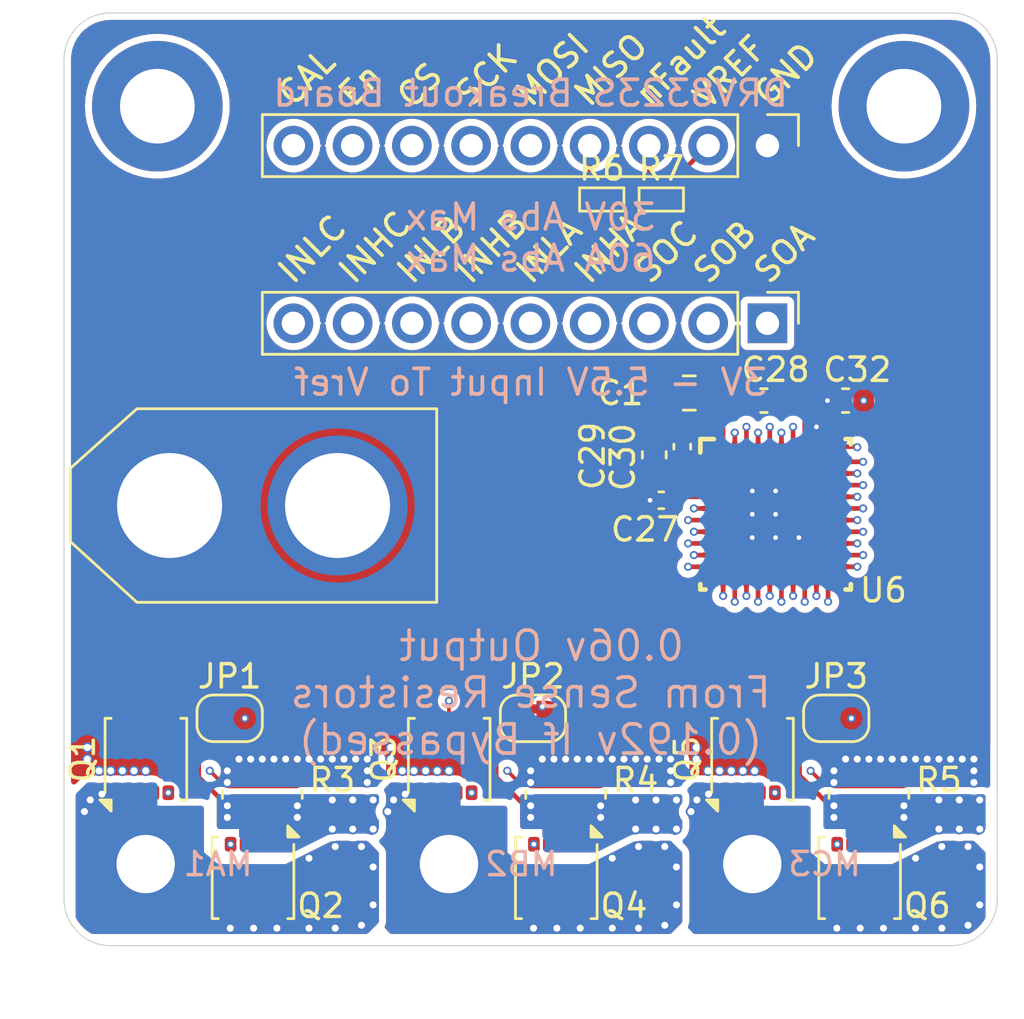
<source format=kicad_pcb>
(kicad_pcb (version 20240108) (generator "pcbnew") (generator_version "8.0")
  (layers (0 "F.Cu" jumper) (1 "In1.Cu" signal) (2 "In2.Cu" signal) (31 "B.Cu" signal) (34 "B.Paste" user) (35 "F.Paste" user) (36 "B.SilkS" user "B.Silkscreen") (37 "F.SilkS" user "F.Silkscreen") (38 "B.Mask" user) (39 "F.Mask" user) (44 "Edge.Cuts" user))
  (net 0 "")
  (net 1 "VREF")
  (net 2 "MA")
  (net 3 "VIN")
  (net 4 "GND")
  (net 5 "MB")
  (net 6 "MC")
  (net 7 "Net-(U6-DVDD)")
  (net 8 "Net-(U6-VCP)")
  (net 9 "Net-(U6-CPL)")
  (net 10 "Net-(U6-CPH)")
  (net 11 "SOA")
  (net 12 "VDRAIN")
  (net 13 "GHA")
  (net 14 "SPA")
  (net 15 "GLA")
  (net 16 "GHB")
  (net 17 "SPB")
  (net 18 "GLB")
  (net 19 "GHC")
  (net 20 "GLC")
  (net 21 "SPC")
  (net 22 "MISO")
  (net 23 "nFault")
  (net 24 "SOB")
  (net 25 "INHA")
  (net 26 "INLB")
  (net 27 "SCK")
  (net 28 "SOC")
  (net 29 "INHB")
  (net 30 "MOSI")
  (net 31 "CAL")
  (net 32 "INLC")
  (net 33 "CS")
  (net 34 "INHC")
  (net 35 "Enable")
  (net 36 "INLA")
  (net 37 "SNA")
  (net 38 "SNB")
  (net 39 "SNC")
  (net 40 "/SPA_JP")
  (net 41 "/SPB_JP")
  (net 42 "/SPC_JP")
  (footprint "Resistor_SMD:R_0612_1632Metric" (layer "F.Cu") (at 56.5 85 90)
    (property "Reference" "R3")
    (property "Value" "R_0612_1mOhm")
  )
  (footprint "MountingHole:MountingHole_3.2mm_M3_DIN965_Pad" (layer "F.Cu") (at 84 55.5)
    (property "Reference" "H2" (hide yes))
    (property "Value" "MountingHole")
  )
  (footprint "Connector_PinHeader_2.54mm:PinHeader_1x09_P2.54mm_Vertical" (layer "F.Cu") (at 78.149998 57.189998 -90)
    (property "Reference" "J2" (hide yes))
    (property "Value" "Conn_01x09_Pin")
  )
  (footprint "CustomLibrary:NetTie-2_0.16.mm_Diam" (layer "F.Cu") (at 80.176777 84.176777 135)
    (property "Reference" "NT4" (hide yes))
    (property "Value" "NetTie" (hide yes))
  )
  (footprint "PCM_Resistor_SMD_AKL:R_0402_1005Metric" (layer "F.Cu") (at 73.6 59.5)
    (property "Reference" "R7")
    (property "Value" "R_0402_10k" (hide yes))
  )
  (footprint "Connector_PinHeader_2.54mm:PinHeader_1x09_P2.54mm_Vertical" (layer "F.Cu") (at 78.149998 64.809999 -90)
    (property "Reference" "J6" (hide yes))
    (property "Value" "Conn_01x09_Pin")
  )
  (footprint "Capacitor_SMD:C_0402_1005Metric" (layer "F.Cu") (at 74.5 70.1 90)
    (property "Reference" "C30")
    (property "Value" "C_47nF_0402")
  )
  (footprint "MountingHole:MountingHole_3.2mm_M3_DIN965_Pad" (layer "F.Cu") (at 52 55.5)
    (property "Reference" "H1" (hide yes))
    (property "Value" "MountingHole")
  )
  (footprint "Package_SON:VSON-8_3.3x3.3mm_P0.65mm_NexFET" (layer "F.Cu") (at 69.110001 88.59 -90)
    (property "Reference" "Q4")
    (property "Value" "30v_60a_Mosfet")
  )
  (footprint "Package_SON:VSON-8_3.3x3.3mm_P0.65mm_NexFET" (layer "F.Cu") (at 82.110001 88.59 -90)
    (property "Reference" "Q6")
    (property "Value" "30v_60a_Mosfet")
  )
  (footprint "CustomLibrary:RTA0040B_NV" (layer "F.Cu") (at 78.5 73)
    (property "Reference" "U6")
    (property "Value" "DRV8323S")
  )
  (footprint "Capacitor_SMD:C_0603_1608Metric" (layer "F.Cu") (at 78 68.125)
    (property "Reference" "C28")
    (property "Value" "C_0603_1uF")
  )
  (footprint "Connector_Wire:SolderWire-2sqmm_1x01_D2mm_OD3.9mm" (layer "F.Cu") (at 77.5 88)
    (property "Reference" "MC3")
    (property "Value" "Conn_01x01_Pin")
  )
  (footprint "Resistor_SMD:R_0612_1632Metric" (layer "F.Cu") (at 82.5 85 90)
    (property "Reference" "R5")
    (property "Value" "R_0612_1mOhm")
  )
  (footprint "Package_SON:VSON-8_3.3x3.3mm_P0.65mm_NexFET" (layer "F.Cu") (at 77.5 83.5 90)
    (property "Reference" "Q5")
    (property "Value" "30v_60a_Mosfet")
  )
  (footprint "Package_SON:VSON-8_3.3x3.3mm_P0.65mm_NexFET" (layer "F.Cu") (at 64.5 83.5 90)
    (property "Reference" "Q3")
    (property "Value" "30v_60a_Mosfet")
  )
  (footprint "Resistor_SMD:R_0612_1632Metric" (layer "F.Cu") (at 69.5 85 90)
    (property "Reference" "R4")
    (property "Value" "R_0612_1mOhm")
  )
  (footprint "Capacitor_SMD:C_0805_2012Metric" (layer "F.Cu") (at 74.8 67.8 180)
    (property "Reference" "C1")
    (property "Value" "C_0805_10uF")
  )
  (footprint "Connector_Wire:SolderWire-2sqmm_1x01_D2mm_OD3.9mm" (layer "F.Cu") (at 64.5 88)
    (property "Reference" "MB2")
    (property "Value" "Conn_01x01_Pin")
  )
  (footprint "Package_SON:VSON-8_3.3x3.3mm_P0.65mm_NexFET" (layer "F.Cu") (at 56.110001 88.59 -90)
    (property "Reference" "Q2")
    (property "Value" "30v_60a_Mosfet")
  )
  (footprint "PCM_Resistor_SMD_AKL:R_0402_1005Metric" (layer "F.Cu") (at 71.05 59.5)
    (property "Reference" "R6")
    (property "Value" "R_0402_10k" (hide yes))
  )
  (footprint "Connector_AMASS:AMASS_XT60-M_1x02_P7.20mm_Vertical" (layer "F.Cu") (at 52.525 72.625)
    (property "Reference" "J4" (hide yes))
    (property "Value" "Conn_01x02_Pin")
  )
  (footprint "Capacitor_SMD:C_0402_1005Metric" (layer "F.Cu") (at 73.6 72.4)
    (property "Reference" "C27")
    (property "Value" "C_0402_0.1uf")
  )
  (footprint "CustomLibrary:NetTie-2_0.16.mm_Diam" (layer "F.Cu") (at 67.176777 84.176777 135)
    (property "Reference" "NT3" (hide yes))
    (property "Value" "NetTie" (hide yes))
  )
  (footprint "Jumper:SolderJumper-2_P1.3mm_Bridged2Bar_RoundedPad1.0x1.5mm" (layer "F.Cu") (at 68.1 81.75)
    (property "Reference" "JP2")
    (property "Value" "Jumper_Bridge")
  )
  (footprint "Package_SON:VSON-8_3.3x3.3mm_P0.65mm_NexFET" (layer "F.Cu") (at 51.5 83.5 90)
    (property "Reference" "Q1")
    (property "Value" "30v_60a_Mosfet")
  )
  (footprint "CustomLibrary:NetTie-2_0.16.mm_Diam" (layer "F.Cu") (at 64.5 81.25 -90)
    (property "Reference" "NT1" (hide yes))
    (property "Value" "NetTie" (hide yes))
  )
  (footprint "Jumper:SolderJumper-2_P1.3mm_Bridged2Bar_RoundedPad1.0x1.5mm" (layer "F.Cu") (at 55.1 81.75)
    (property "Reference" "JP1")
    (property "Value" "Jumper_Bridge")
  )
  (footprint "Capacitor_SMD:C_0603_1608Metric" (layer "F.Cu") (at 73.3 70.45 -90)
    (property "Reference" "C29")
    (property "Value" "C_0603_1uF")
  )
  (footprint "CustomLibrary:NetTie-2_0.16.mm_Diam" (layer "F.Cu") (at 54.426777 84.176777 135)
    (property "Reference" "NT2" (hide yes))
    (property "Value" "NetTie" (hide yes))
  )
  (footprint "Jumper:SolderJumper-2_P1.3mm_Bridged2Bar_RoundedPad1.0x1.5mm" (layer "F.Cu") (at 81.099999 81.749998)
    (property "Reference" "JP3")
    (property "Value" "Jumper_Bridge")
  )
  (footprint "Connector_Wire:SolderWire-2sqmm_1x01_D2mm_OD3.9mm" (layer "F.Cu") (at 51.5 88)
    (property "Reference" "MA1")
    (property "Value" "Conn_01x01_Pin")
  )
  (footprint "Capacitor_SMD:C_0603_1608Metric" (layer "F.Cu") (at 81.5 68.125 180)
    (property "Reference" "C32")
    (property "Value" "C_0603_1uF")
  )
  (gr_arc (start 48 53.5) (mid 48.585786 52.085786) (end 50 51.5) (stroke (width 0.05)) (layer "Edge.Cuts"))
  (gr_arc (start 86 51.5) (mid 87.414214 52.085786) (end 88 53.5) (stroke (width 0.05)) (layer "Edge.Cuts"))
  (gr_arc (start 88 89.5) (mid 87.414214 90.914214) (end 86 91.5) (stroke (width 0.05)) (layer "Edge.Cuts"))
  (gr_arc (start 50 91.5) (mid 48.585786 90.914214) (end 48 89.5) (stroke (width 0.05)) (layer "Edge.Cuts"))
  (gr_line (start 86 91.5) (end 50 91.5) (stroke (width 0.05)) (layer "Edge.Cuts"))
  (gr_line (start 88 53.5) (end 88 89.5) (stroke (width 0.05)) (layer "Edge.Cuts"))
  (gr_line (start 48 89.5) (end 48 53.5) (stroke (width 0.05)) (layer "Edge.Cuts"))
  (gr_line (start 50 51.5) (end 86 51.5) (stroke (width 0.05)) (layer "Edge.Cuts"))
  (gr_text "DRV8323S Breakout Board\n\n\n30V Abs Max\n60A Abs Max\n\n\n3V - 5.5V Input To Vref" (at 68 54.3 0) (layer "B.SilkS") (effects (font (size 1.1 1.1) (thickness 0.16)) (justify top mirror)))
  (gr_text "0.06v Output \nFrom Sense Resistors\n(0.192v If Bypassed)" (at 68 83.4 0) (layer "B.SilkS") (effects (font (size 1.25 1.25) (thickness 0.16)) (justify bottom mirror)))
  (gr_text "INLB" (at 62.9 63.3 45) (layer "F.SilkS") (effects (font (size 1 1) (thickness 0.16)) (justify left bottom)))
  (gr_text "SOA" (at 78.2 63.3 45) (layer "F.SilkS") (effects (font (size 1 1) (thickness 0.16)) (justify left bottom)))
  (gr_text "SOC" (at 73.1 63.3 45) (layer "F.SilkS") (effects (font (size 1 1) (thickness 0.16)) (justify left bottom)))
  (gr_text "INLC" (at 57.8 63.3 45) (layer "F.SilkS") (effects (font (size 1 1) (thickness 0.16)) (justify left bottom)))
  (gr_text "MOSI" (at 68 55.7 45) (layer "F.SilkS") (effects (font (size 1 1) (thickness 0.16)) (justify left bottom)))
  (gr_text "INHA" (at 70.5 63.3 45) (layer "F.SilkS") (effects (font (size 1 1) (thickness 0.16)) (justify left bottom)))
  (gr_text "GND" (at 78.2 55.7 45) (layer "F.SilkS") (effects (font (size 1 1) (thickness 0.16)) (justify left bottom)))
  (gr_text "INHB" (at 65.4 63.3 45) (layer "F.SilkS") (effects (font (size 1 1) (thickness 0.16)) (justify left bottom)))
  (gr_text "SOB" (at 75.6 63.3 45) (layer "F.SilkS") (effects (font (size 1 1) (thickness 0.16)) (justify left bottom)))
  (gr_text "nFault" (at 73.1 55.7 45) (layer "F.SilkS") (effects (font (size 1 1) (thickness 0.16)) (justify left bottom)))
  (gr_text "INHC" (at 60.4 63.3 45) (layer "F.SilkS") (effects (font (size 1 1) (thickness 0.16)) (justify left bottom)))
  (gr_text "CS" (at 62.9 55.8 45) (layer "F.SilkS") (effects (font (size 1 1) (thickness 0.16)) (justify left bottom)))
  (gr_text "MISO" (at 70.5 55.7 45) (layer "F.SilkS") (effects (font (size 1 1) (thickness 0.16)) (justify left bottom)))
  (gr_text "INLA" (at 68 63.3 45) (layer "F.SilkS") (effects (font (size 1 1) (thickness 0.16)) (justify left bottom)))
  (gr_text "SCK" (at 65.4 55.7 45) (layer "F.SilkS") (effects (font (size 1 1) (thickness 0.16)) (justify left bottom)))
  (gr_text "En" (at 60.4 55.7 45) (layer "F.SilkS") (effects (font (size 1 1) (thickness 0.16)) (justify left bottom)))
  (gr_text "VREF" (at 75.6 55.8 45) (layer "F.SilkS") (effects (font (size 1 1) (thickness 0.16)) (justify left bottom)))
  (gr_text "CAL" (at 57.8 55.7 45) (layer "F.SilkS") (effects (font (size 1 1) (thickness 0.16)) (justify left bottom)))
  (segment (start 74.11 59.5) (end 74.11 58.689996) (width 0.2) (layer "F.Cu") (net 1))
  (segment (start 74.11 58.689996) (end 75.609998 57.189998) (width 0.2) (layer "F.Cu") (net 1))
  (segment (start 71.56 59.5) (end 72.08 60.02) (width 0.2) (layer "F.Cu") (net 1))
  (segment (start 81.399999 73.749998) (end 82.249998 73.749998) (width 0.2) (layer "F.Cu") (net 1))
  (segment (start 73.59 60.02) (end 74.11 59.5) (width 0.2) (layer "F.Cu") (net 1))
  (segment (start 72.08 60.02) (end 73.59 60.02) (width 0.2) (layer "F.Cu") (net 1))
  (segment (start 82.249998 73.749998) (end 82.25 73.75) (width 0.2) (layer "F.Cu") (net 1))
  (via (at 82.25 73.75) (size 0.35) (drill 0.2) (layers "F.Cu" "B.Cu") (net 1))
  (via (at 82.275 68.125) (size 0.35) (drill 0.2) (layers "F.Cu" "B.Cu") (net 1))
  (segment (start 75.600001 73.749998) (end 75.000002 73.749998) (width 0.2) (layer "F.Cu") (net 2))
  (segment (start 75.000002 73.749998) (end 75 73.75) (width 0.2) (layer "F.Cu") (net 2))
  (via (at 75 73.75) (size 0.35) (drill 0.2) (layers "F.Cu" "B.Cu") (net 2))
  (via (at 59.625 87.25) (size 0.45) (drill 0.3) (layers "F.Cu" "B.Cu") (net 2))
  (via (at 55.125 90.75) (size 0.45) (drill 0.3) (layers "F.Cu" "B.Cu") (net 2))
  (via (at 49.625 85) (size 0.45) (drill 0.3) (layers "F.Cu" "B.Cu") (net 2))
  (via (at 49.125 85.25) (size 0.45) (drill 0.3) (layers "F.Cu" "B.Cu") (net 2))
  (via (at 61.25 88.125) (size 0.45) (drill 0.3) (layers "F.Cu" "B.Cu") (net 2))
  (via (at 48.875 85.75) (size 0.45) (drill 0.3) (layers "F.Cu" "B.Cu") (net 2))
  (via (at 59.625 90.75) (size 0.45) (drill 0.3) (layers "F.Cu" "B.Cu") (net 2))
  (via (at 56.125 90.75) (size 0.45) (drill 0.3) (layers "F.Cu" "B.Cu") (net 2))
  (via (at 61.25 89.75) (size 0.45) (drill 0.3) (layers "F.Cu" "B.Cu") (net 2))
  (via (at 60.75 87.25) (size 0.45) (drill 0.3) (layers "F.Cu" "B.Cu") (net 2))
  (via (at 58.5 90.75) (size 0.45) (drill 0.3) (layers "F.Cu" "B.Cu") (net 2))
  (via (at 60.75 90.625) (size 0.45) (drill 0.3) (layers "F.Cu" "B.Cu") (net 2))
  (via (at 57.125 90.75) (size 0.45) (drill 0.3) (layers "F.Cu" "B.Cu") (net 2))
  (via (at 58.5 87.75) (size 0.45) (drill 0.3) (layers "F.Cu" "B.Cu") (net 2))
  (segment (start 74.08 72.4) (end 74.230001 72.249999) (width 0.2) (layer "F.Cu") (net 3))
  (segment (start 74.230001 72.249999) (end 75.600001 72.249999) (width 0.2) (layer "F.Cu") (net 3))
  (segment (start 64.5 83.114998) (end 64.5 81.5) (width 0.16) (layer "F.Cu") (net 3))
  (via (at 75.1 83) (size 0.45) (drill 0.3) (layers "F.Cu" "B.Cu") (net 3))
  (via (at 77.6 84) (size 0.45) (drill 0.3) (layers "F.Cu" "B.Cu") (net 3))
  (via (at 49 83) (size 0.45) (drill 0.3) (layers "F.Cu" "B.Cu") (net 3))
  (via (at 75.6 84) (size 0.45) (drill 0.3) (layers "F.Cu" "B.Cu") (net 3))
  (via (at 62 83) (size 0.45) (drill 0.3) (layers "F.Cu" "B.Cu") (net 3))
  (via (at 49.5 84) (size 0.45) (drill 0.3) (layers "F.Cu" "B.Cu") (net 3))
  (via (at 63.5 84) (size 0.45) (drill 0.3) (layers "F.Cu" "B.Cu") (net 3))
  (via (at 76.1 84) (size 0.45) (drill 0.3) (layers "F.Cu" "B.Cu") (net 3))
  (via (at 49 83.5) (size 0.45) (drill 0.3) (layers "F.Cu" "B.Cu") (net 3))
  (via (at 62.5 84) (size 0.45) (drill 0.3) (layers "F.Cu" "B.Cu") (net 3))
  (via (at 63 84) (size 0.45) (drill 0.3) (layers "F.Cu" "B.Cu") (net 3))
  (via (at 64 84) (size 0.45) (drill 0.3) (layers "F.Cu" "B.Cu") (net 3))
  (via (at 76.6 84) (size 0.45) (drill 0.3) (layers "F.Cu" "B.Cu") (net 3))
  (via (at 50 84) (size 0.45) (drill 0.3) (layers "F.Cu" "B.Cu") (net 3))
  (via (at 51 84) (size 0.45) (drill 0.3) (layers "F.Cu" "B.Cu") (net 3))
  (via (at 62 83.5) (size 0.45) (drill 0.3) (layers "F.Cu" "B.Cu") (net 3))
  (via (at 51.5 84) (size 0.45) (drill 0.3) (layers "F.Cu" "B.Cu") (net 3))
  (via (at 64.5 84) (size 0.45) (drill 0.3) (layers "F.Cu" "B.Cu") (net 3))
  (via (at 50.5 84) (size 0.45) (drill 0.3) (layers "F.Cu" "B.Cu") (net 3))
  (via (at 75.1 83.5) (size 0.45) (drill 0.3) (layers "F.Cu" "B.Cu") (net 3))
  (via (at 77.1 84) (size 0.45) (drill 0.3) (layers "F.Cu" "B.Cu") (net 3))
  (segment (start 68 84.5) (end 67.5 84.5) (width 0.16) (layer "F.Cu") (net 4))
  (segment (start 80.249999 68.500001) (end 80.249999 69.25) (width 0.2) (layer "F.Cu") (net 4))
  (segment (start 67.5 84.5) (end 67.353554 84.353554) (width 0.16) (layer "F.Cu") (net 4))
  (segment (start 76.249999 68.750001) (end 76.875 68.125) (width 0.2) (layer "F.Cu") (net 4))
  (segment (start 80.5 84.5) (end 80.353554 84.353554) (width 0.16) (layer "F.Cu") (net 4))
  (segment (start 80.249999 71.250001) (end 78.5 73) (width 0.2) (layer "F.Cu") (net 4))
  (segment (start 76.249999 70.100001) (end 76.249999 70.749999) (width 0.2) (layer "F.Cu") (net 4))
  (segment (start 54.603554 84.353554) (end 56.396445 84.353554) (width 0.16) (layer "F.Cu") (net 4))
  (segment (start 76.249999 68.299999) (end 75.75 67.8) (width 0.2) (layer "F.Cu") (net 4))
  (segment (start 76.249999 70.749999) (end 78.5 73) (width 0.2) (layer "F.Cu") (net 4))
  (segment (start 80.249999 70.100001) (end 80.249999 69.25) (width 0.2) (layer "F.Cu") (net 4))
  (segment (start 56.396445 84.353554) (end 56.499999 84.25) (width 0.16) (layer "F.Cu") (net 4))
  (segment (start 76.875 68.125) (end 77.225 68.125) (width 0.2) (layer "F.Cu") (net 4))
  (segment (start 76.249999 70.100001) (end 76.249999 68.750001) (width 0.2) (layer "F.Cu") (net 4))
  (segment (start 80.625 68.125) (end 80.249999 68.500001) (width 0.2) (layer "F.Cu") (net 4))
  (segment (start 76.249999 68.750001) (end 76.249999 68.299999) (width 0.2) (layer "F.Cu") (net 4))
  (segment (start 81 84.5) (end 80.5 84.5) (width 0.16) (layer "F.Cu") (net 4))
  (segment (start 80.249999 69.25) (end 80.249999 71.250001) (width 0.2) (layer "F.Cu") (net 4))
  (segment (start 80.725 68.125) (end 80.625 68.125) (width 0.2) (layer "F.Cu") (net 4))
  (segment (start 81.75 84.25) (end 82.499999 84.25) (width 0.16) (layer "F.Cu") (net 4))
  (via (at 84.5 83.5) (size 0.45) (drill 0.3) (layers "F.Cu" "B.Cu") (net 4))
  (via (at 82 83.5) (size 0.45) (drill 0.3) (layers "F.Cu" "B.Cu") (net 4))
  (via (at 56 83.5) (size 0.45) (drill 0.3) (layers "F.Cu" "B.Cu") (net 4))
  (via (at 83 83.5) (size 0.45) (drill 0.3) (layers "F.Cu" "B.Cu") (net 4))
  (via (at 68.5 83.5) (size 0.45) (drill 0.3) (layers "F.Cu" "B.Cu") (net 4))
  (via (at 78.5 74) (size 0.35) (drill 0.2) (layers "F.Cu" "B.Cu") (net 4))
  (via (at 82.5 83.5) (size 0.45) (drill 0.3) (layers "F.Cu" "B.Cu") (net 4))
  (via (at 87 84.5) (size 0.45) (drill 0.3) (layers "F.Cu" "B.Cu") (net 4))
  (via (at 57.5 83.5) (size 0.45) (drill 0.3) (layers "F.Cu" "B.Cu") (net 4))
  (via (at 56.5 83.5) (size 0.45) (drill 0.3) (layers "F.Cu" "B.Cu") (net 4))
  (via (at 77.5 74) (size 0.35) (drill 0.2) (layers "F.Cu" "B.Cu") (net 4))
  (via (at 68 84.5) (size 0.45) (drill 0.3) (layers "F.Cu" "B.Cu") (net 4))
  (via (at 70 83.5) (size 0.45) (drill 0.3) (layers "F.Cu" "B.Cu") (net 4))
  (via (at 60 83.5) (size 0.45) (drill 0.3) (layers "F.Cu" "B.Cu") (net 4))
  (via (at 74 84.5) (size 0.45) (drill 0.3) (layers "F.Cu" "B.Cu") (net 4))
  (via (at 77.5 72) (size 0.35) (drill 0.2) (layers "F.Cu" "B.Cu") (net 4))
  (via (at 78.5 73) (size 0.35) (drill 0.2) (layers "F.Cu" "B.Cu") (net 4))
  (via (at 87 83.5) (size 0.45) (drill 0.3) (layers "F.Cu" "B.Cu") (net 4))
  (via (at 70.5 83.5) (size 0.45) (drill 0.3) (layers "F.Cu" "B.Cu") (net 4))
  (via (at 59 83.5) (size 0.45) (drill 0.3) (layers "F.Cu" "B.Cu") (net 4))
  (via (at 55.5 83.5) (size 0.45) (drill 0.3) (layers "F.Cu" "B.Cu") (net 4))
  (via (at 72 83.5) (size 0.45) (drill 0.3) (layers "F.Cu" "B.Cu") (net 4))
  (via (at 86.5 83.5) (size 0.45) (drill 0.3) (layers "F.Cu" "B.Cu") (net 4))
  (via (at 57 83.5) (size 0.45) (drill 0.3) (layers "F.Cu" "B.Cu") (net 4))
  (via (at 83.5 83.5) (size 0.45) (drill 0.3) (layers "F.Cu" "B.Cu") (net 4))
  (via (at 69 83.5) (size 0.45) (drill 0.3) (layers "F.Cu" "B.Cu") (net 4))
  (via (at 72.5 83.5) (size 0.45) (drill 0.3) (layers "F.Cu" "B.Cu") (net 4))
  (via (at 77.5 73) (size 0.35) (drill 0.2) (layers "F.Cu" "B.Cu") (net 4))
  (via (at 85 83.5) (size 0.45) (drill 0.3) (layers "F.Cu" "B.Cu") (net 4))
  (via (at 71.5 83.5) (size 0.45) (drill 0.3) (layers "F.Cu" "B.Cu") (net 4))
  (via (at 61 83.5) (size 0.45) (drill 0.3) (layers "F.Cu" "B.Cu") (net 4))
  (via (at 78.5 72) (size 0.35) (drill 0.2) (layers "F.Cu" "B.Cu") (net 4))
  (via (at 80.249999 69.25) (size 0.35) (drill 0.2) (layers "F.Cu" "B.Cu") (net 4))
  (via (at 87 84) (size 0.45) (drill 0.3) (layers "F.Cu" "B.Cu") (net 4))
  (via (at 73 83.5) (size 0.45) (drill 0.3) (layers "F.Cu" "B.Cu") (net 4))
  (via (at 69.5 83.5) (size 0.45) (drill 0.3) (layers "F.Cu" "B.Cu") (net 4))
  (via (at 55 84.5) (size 0.45) (drill 0.3) (layers "F.Cu" "B.Cu") (net 4))
  (via (at 85.5 83.5) (size 0.45) (drill 0.3) (layers "F.Cu" "B.Cu") (net 4))
  (via (at 86 83.5) (size 0.45) (drill 0.3) (layers "F.Cu" "B.Cu") (net 4))
  (via (at 61 84) (size 0.45) (drill 0.3) (layers "F.Cu" "B.Cu") (net 4))
  (via (at 55 84) (size 0.45) (drill 0.3) (layers "F.Cu" "B.Cu") (net 4))
  (via (at 74 84) (size 0.45) (drill 0.3) (layers "F.Cu" "B.Cu") (net 4))
  (via (at 61 84.5) (size 0.45) (drill 0.3) (layers "F.Cu" "B.Cu") (net 4))
  (via (at 71 83.5) (size 0.45) (drill 0.3) (layers "F.Cu" "B.Cu") (net 4))
  (via (at 60.5 83.5) (size 0.45) (drill 0.3) (layers "F.Cu" "B.Cu") (net 4))
  (via (at 81.5 83.5) (size 0.45) (drill 0.3) (layers "F.Cu" "B.Cu") (net 4))
  (via (at 59.5 83.5) (size 0.45) (drill 0.3) (layers "F.Cu" "B.Cu") (net 4))
  (via (at 81 84) (size 0.45) (drill 0.3) (layers "F.Cu" "B.Cu") (net 4))
  (via (at 84 83.5) (size 0.45) (drill 0.3) (layers "F.Cu" "B.Cu") (net 4))
  (via (at 80.725 68.125) (size 0.35) (drill 0.2) (layers "F.Cu" "B.Cu") (net 4))
  (via (at 74 83.5) (size 0.45) (drill 0.3) (layers "F.Cu" "B.Cu") (net 4))
  (via (at 58 83.5) (size 0.45) (drill 0.3) (layers "F.Cu" "B.Cu") (net 4))
  (via (at 81 84.5) (size 0.45) (drill 0.3) (layers "F.Cu" "B.Cu") (net 4))
  (via (at 73.12 72.4) (size 0.35) (drill 0.2) (layers "F.Cu" "B.Cu") (net 4))
  (via (at 73.5 83.5) (size 0.45) (drill 0.3) (layers "F.Cu" "B.Cu") (net 4))
  (via (at 58.5 83.5) (size 0.45) (drill 0.3) (layers "F.Cu" "B.Cu") (net 4))
  (via (at 79.5 74) (size 0.35) (drill 0.2) (layers "F.Cu" "B.Cu") (net 4))
  (via (at 68 84) (size 0.45) (drill 0.3) (layers "F.Cu" "B.Cu") (net 4))
  (segment (start 77.749999 75.899999) (end 77.749999 76.75) (width 0.2) (layer "F.Cu") (net 5))
  (segment (start 77.749999 76.75) (end 77.749999 76.749999) (width 0.2) (layer "F.Cu") (net 5))
  (via (at 62.625 85) (size 0.45) (drill 0.3) (layers "F.Cu" "B.Cu") (net 5))
  (via (at 77.749999 76.75) (size 0.35) (drill 0.2) (layers "F.Cu" "B.Cu") (net 5))
  (via (at 74.25 89.75) (size 0.45) (drill 0.3) (layers "F.Cu" "B.Cu") (net 5))
  (via (at 74.25 88.125) (size 0.45) (drill 0.3) (layers "F.Cu" "B.Cu") (net 5))
  (via (at 72.625 87.25) (size 0.45) (drill 0.3) (layers "F.Cu" "B.Cu") (net 5))
  (via (at 71.5 90.75) (size 0.45) (drill 0.3) (layers "F.Cu" "B.Cu") (net 5))
  (via (at 68.125 90.75) (size 0.45) (drill 0.3) (layers "F.Cu" "B.Cu") (net 5))
  (via (at 61.875 85.75) (size 0.45) (drill 0.3) (layers "F.Cu" "B.Cu") (net 5))
  (via (at 71.5 87.75) (size 0.45) (drill 0.3) (layers "F.Cu" "B.Cu") (net 5))
  (via (at 62.125 85.25) (size 0.45) (drill 0.3) (layers "F.Cu" "B.Cu") (net 5))
  (via (at 72.625 90.75) (size 0.45) (drill 0.3) (layers "F.Cu" "B.Cu") (net 5))
  (via (at 69.125 90.75) (size 0.45) (drill 0.3) (layers "F.Cu" "B.Cu") (net 5))
  (via (at 73.75 90.625) (size 0.45) (drill 0.3) (layers "F.Cu" "B.Cu") (net 5))
  (via (at 70.125 90.75) (size 0.45) (drill 0.3) (layers "F.Cu" "B.Cu") (net 5))
  (via (at 73.75 87.25) (size 0.45) (drill 0.3) (layers "F.Cu" "B.Cu") (net 5))
  (segment (start 79.249998 75.899999) (end 79.249998 76.499998) (width 0.2) (layer "F.Cu") (net 6))
  (segment (start 79.249998 76.499998) (end 79.25 76.5) (width 0.2) (layer "F.Cu") (net 6))
  (via (at 83.125 90.75) (size 0.45) (drill 0.3) (layers "F.Cu" "B.Cu") (net 6))
  (via (at 85.625 87.25) (size 0.45) (drill 0.3) (layers "F.Cu" "B.Cu") (net 6))
  (via (at 81.125 90.75) (size 0.45) (drill 0.3) (layers "F.Cu" "B.Cu") (net 6))
  (via (at 74.875 85.75) (size 0.45) (drill 0.3) (layers "F.Cu" "B.Cu") (net 6))
  (via (at 86.75 90.625) (size 0.45) (drill 0.3) (layers "F.Cu" "B.Cu") (net 6))
  (via (at 85.625 90.75) (size 0.45) (drill 0.3) (layers "F.Cu" "B.Cu") (net 6))
  (via (at 86.75 87.25) (size 0.45) (drill 0.3) (layers "F.Cu" "B.Cu") (net 6))
  (via (at 82.125 90.75) (size 0.45) (drill 0.3) (layers "F.Cu" "B.Cu") (net 6))
  (via (at 79.25 76.5) (size 0.35) (drill 0.2) (layers "F.Cu" "B.Cu") (net 6))
  (via (at 75.125 85.25) (size 0.45) (drill 0.3) (layers "F.Cu" "B.Cu") (net 6))
  (via (at 87.25 88.125) (size 0.45) (drill 0.3) (layers "F.Cu" "B.Cu") (net 6))
  (via (at 75.625 85) (size 0.45) (drill 0.3) (layers "F.Cu" "B.Cu") (net 6))
  (via (at 84.5 87.75) (size 0.45) (drill 0.3) (layers "F.Cu" "B.Cu") (net 6))
  (via (at 84.5 90.75) (size 0.45) (drill 0.3) (layers "F.Cu" "B.Cu") (net 6))
  (via (at 87.25 89.75) (size 0.45) (drill 0.3) (layers "F.Cu" "B.Cu") (net 6))
  (segment (start 79.225 68.125) (end 78.775 68.125) (width 0.2) (layer "F.Cu") (net 7))
  (segment (start 79.75 68.65) (end 79.225 68.125) (width 0.2) (layer "F.Cu") (net 7))
  (segment (start 79.75 70.100001) (end 79.75 68.65) (width 0.2) (layer "F.Cu") (net 7))
  (segment (start 75.600001 70.720001) (end 74.5 69.62) (width 0.2) (layer "F.Cu") (net 9))
  (segment (start 75.600001 70.749999) (end 75.600001 70.720001) (width 0.2) (layer "F.Cu") (net 9))
  (segment (start 75.181818 71.249998) (end 74.51182 70.58) (width 0.2) (layer "F.Cu") (net 10))
  (segment (start 75.600001 71.249998) (end 75.181818 71.249998) (width 0.2) (layer "F.Cu") (net 10))
  (segment (start 74.51182 70.58) (end 74.5 70.58) (width 0.2) (layer "F.Cu") (net 10))
  (segment (start 82 74.25) (end 81.399999 74.25) (width 0.2) (layer "F.Cu") (net 11))
  (via (at 82 74.25) (size 0.35) (drill 0.2) (layers "F.Cu" "B.Cu") (net 11))
  (segment (start 75.600001 72.75) (end 75 72.75) (width 0.2) (layer "F.Cu") (net 12))
  (via (at 64.5 81) (size 0.35) (drill 0.2) (layers "F.Cu" "B.Cu") (net 12))
  (via (at 75 72.75) (size 0.35) (drill 0.2) (layers "F.Cu" "B.Cu") (net 12))
  (segment (start 75.600001 73.25) (end 74.75 73.25) (width 0.2) (layer "F.Cu") (net 13))
  (via (at 52.47 84.94) (size 0.35) (drill 0.2) (layers "F.Cu" "B.Cu") (net 13))
  (via (at 74.75 73.25) (size 0.35) (drill 0.2) (layers "F.Cu" "B.Cu") (net 13))
  (segment (start 75.6 74.75) (end 75.600001 74.749999) (width 0.2) (layer "F.Cu") (net 14))
  (segment (start 75 74.75) (end 75.6 74.75) (width 0.2) (layer "F.Cu") (net 14))
  (via (at 55.75 81.75) (size 0.35) (drill 0.2) (layers "F.Cu" "B.Cu") (net 14))
  (via (at 75 74.75) (size 0.35) (drill 0.2) (layers "F.Cu" "B.Cu") (net 14))
  (segment (start 75.600001 74.25) (end 74.75 74.25) (width 0.2) (layer "F.Cu") (net 15))
  (via (at 74.75 74.25) (size 0.35) (drill 0.2) (layers "F.Cu" "B.Cu") (net 15))
  (via (at 55.140002 87.15) (size 0.35) (drill 0.2) (layers "F.Cu" "B.Cu") (net 15))
  (segment (start 78.25 75.899999) (end 78.25 76.5) (width 0.2) (layer "F.Cu") (net 16))
  (via (at 78.25 76.5) (size 0.35) (drill 0.2) (layers "F.Cu" "B.Cu") (net 16))
  (via (at 65.47 84.94) (size 0.35) (drill 0.2) (layers "F.Cu" "B.Cu") (net 16))
  (segment (start 76.75 75.900001) (end 76.749998 75.899999) (width 0.2) (layer "F.Cu") (net 17))
  (segment (start 76.75 76.75) (end 76.75 75.900001) (width 0.2) (layer "F.Cu") (net 17))
  (via (at 76.75 76.75) (size 0.35) (drill 0.2) (layers "F.Cu" "B.Cu") (net 17))
  (via (at 68.5 81.25) (size 0.35) (drill 0.2) (layers "F.Cu" "B.Cu") (net 17))
  (segment (start 77.25 75.899999) (end 77.25 76.5) (width 0.2) (layer "F.Cu") (net 18))
  (via (at 77.25 76.5) (size 0.35) (drill 0.2) (layers "F.Cu" "B.Cu") (net 18))
  (via (at 68.140002 87.15) (size 0.35) (drill 0.2) (layers "F.Cu" "B.Cu") (net 18))
  (segment (start 78.75 76.75) (end 78.75 75.899999) (width 0.2) (layer "F.Cu") (net 19))
  (via (at 78.469999 84.94) (size 0.35) (drill 0.2) (layers "F.Cu" "B.Cu") (net 19))
  (via (at 78.75 76.75) (size 0.35) (drill 0.2) (layers "F.Cu" "B.Cu") (net 19))
  (segment (start 79.75 76.75) (end 79.75 75.899999) (width 0.2) (layer "F.Cu") (net 20))
  (via (at 79.75 76.75) (size 0.35) (drill 0.2) (layers "F.Cu" "B.Cu") (net 20))
  (via (at 81.140002 87.15) (size 0.35) (drill 0.2) (layers "F.Cu" "B.Cu") (net 20))
  (segment (start 80.249999 76.499999) (end 80.25 76.5) (width 0.2) (layer "F.Cu") (net 21))
  (segment (start 80.249999 75.899999) (end 80.249999 76.499999) (width 0.2) (layer "F.Cu") (net 21))
  (via (at 80.25 76.5) (size 0.35) (drill 0.2) (layers "F.Cu" "B.Cu") (net 21))
  (via (at 81.75 81.75) (size 0.35) (drill 0.2) (layers "F.Cu" "B.Cu") (net 21))
  (segment (start 70.54 57.2) (end 70.529998 57.189998) (width 0.2) (layer "F.Cu") (net 22))
  (segment (start 81.399999 72.75) (end 82.25 72.75) (width 0.2) (layer "F.Cu") (net 22))
  (segment (start 70.54 59.5) (end 70.54 57.2) (width 0.2) (layer "F.Cu") (net 22))
  (via (at 82.25 72.75) (size 0.35) (drill 0.2) (layers "F.Cu" "B.Cu") (net 22))
  (segment (start 73.09 57.210001) (end 73.069998 57.189999) (width 0.2) (layer "F.Cu") (net 23))
  (segment (start 81.399999 73.25) (end 82 73.25) (width 0.2) (layer "F.Cu") (net 23))
  (segment (start 73.09 59.5) (end 73.09 57.210001) (width 0.2) (layer "F.Cu") (net 23))
  (via (at 82 73.25) (size 0.35) (drill 0.2) (layers "F.Cu" "B.Cu") (net 23))
  (segment (start 81.399999 74.749999) (end 82.249999 74.749999) (width 0.2) (layer "F.Cu") (net 24))
  (segment (start 82.249999 74.749999) (end 82.25 74.75) (width 0.2) (layer "F.Cu") (net 24))
  (via (at 82.25 74.75) (size 0.35) (drill 0.2) (layers "F.Cu" "B.Cu") (net 24))
  (segment (start 79.249998 69.25) (end 79.249998 69.250002) (width 0.2) (layer "F.Cu") (net 25))
  (segment (start 79.249998 70.100001) (end 79.249998 69.25) (width 0.2) (layer "F.Cu") (net 25))
  (via (at 79.249998 69.25) (size 0.35) (drill 0.2) (layers "F.Cu" "B.Cu") (net 25))
  (segment (start 77.749999 69.500001) (end 77.75 69.5) (width 0.2) (layer "F.Cu") (net 26))
  (segment (start 77.749999 70.100001) (end 77.749999 69.500001) (width 0.2) (layer "F.Cu") (net 26))
  (via (at 77.75 69.5) (size 0.35) (drill 0.2) (layers "F.Cu" "B.Cu") (net 26))
  (segment (start 81.399999 71.75) (end 82.25 71.75) (width 0.2) (layer "F.Cu") (net 27))
  (via (at 82.25 71.75) (size 0.35) (drill 0.2) (layers "F.Cu" "B.Cu") (net 27))
  (segment (start 82 75.25) (end 81.4 75.25) (width 0.2) (layer "F.Cu") (net 28))
  (segment (start 81.4 75.25) (end 81.399999 75.250001) (width 0.2) (layer "F.Cu") (net 28))
  (via (at 82 75.25) (size 0.35) (drill 0.2) (layers "F.Cu" "B.Cu") (net 28))
  (segment (start 78.25 70.100001) (end 78.25 69.25) (width 0.2) (layer "F.Cu") (net 29))
  (via (at 78.25 69.25) (size 0.35) (drill 0.2) (layers "F.Cu" "B.Cu") (net 29))
  (segment (start 81.399999 72.249999) (end 81.999999 72.249999) (width 0.2) (layer "F.Cu") (net 30))
  (segment (start 81.999999 72.249999) (end 82 72.25) (width 0.2) (layer "F.Cu") (net 30))
  (via (at 82 72.25) (size 0.35) (drill 0.2) (layers "F.Cu" "B.Cu") (net 30))
  (segment (start 82 70.125) (end 81.975001 70.100001) (width 0.2) (layer "F.Cu") (net 31))
  (segment (start 81.975001 70.100001) (end 80.750001 70.100001) (width 0.2) (layer "F.Cu") (net 31))
  (via (at 82 70.125) (size 0.35) (drill 0.2) (layers "F.Cu" "B.Cu") (net 31))
  (segment (start 76.749998 70.100001) (end 76.749998 69.500002) (width 0.2) (layer "F.Cu") (net 32))
  (segment (start 76.749998 69.500002) (end 76.75 69.5) (width 0.2) (layer "F.Cu") (net 32))
  (via (at 76.75 69.5) (size 0.35) (drill 0.2) (layers "F.Cu" "B.Cu") (net 32))
  (segment (start 82 71.249998) (end 81.999998 71.249998) (width 0.2) (layer "F.Cu") (net 33))
  (segment (start 81.399999 71.249998) (end 82 71.249998) (width 0.2) (layer "F.Cu") (net 33))
  (via (at 82 71.249998) (size 0.35) (drill 0.2) (layers "F.Cu" "B.Cu") (net 33))
  (segment (start 77.25 70.100001) (end 77.25 69.25) (width 0.2) (layer "F.Cu") (net 34))
  (via (at 77.25 69.25) (size 0.35) (drill 0.2) (layers "F.Cu" "B.Cu") (net 34))
  (segment (start 81.399999 70.749999) (end 82.249999 70.749999) (width 0.2) (layer "F.Cu") (net 35))
  (segment (start 82.249999 70.749999) (end 82.25 70.75) (width 0.2) (layer "F.Cu") (net 35))
  (via (at 82.25 70.75) (size 0.35) (drill 0.2) (layers "F.Cu" "B.Cu") (net 35))
  (segment (start 78.75 70.100001) (end 78.75 69.5) (width 0.2) (layer "F.Cu") (net 36))
  (via (at 78.75 69.5) (size 0.35) (drill 0.2) (layers "F.Cu" "B.Cu") (net 36))
  (segment (start 75.600001 75.250001) (end 74.750001 75.250001) (width 0.2) (layer "F.Cu") (net 37))
  (segment (start 74.750001 75.250001) (end 74.75 75.25) (width 0.2) (layer "F.Cu") (net 37))
  (via (at 74.75 75.25) (size 0.35) (drill 0.2) (layers "F.Cu" "B.Cu") (net 37))
  (via (at 54.25 84) (size 0.35) (drill 0.2) (layers "F.Cu" "B.Cu") (net 37))
  (segment (start 76.249999 76.499999) (end 76.25 76.5) (width 0.2) (layer "F.Cu") (net 38))
  (segment (start 76.249999 75.899999) (end 76.249999 76.499999) (width 0.2) (layer "F.Cu") (net 38))
  (via (at 67 84) (size 0.35) (drill 0.2) (layers "F.Cu" "B.Cu") (net 38))
  (via (at 76.25 76.5) (size 0.35) (drill 0.2) (layers "F.Cu" "B.Cu") (net 38))
  (segment (start 80.750001 75.899999) (end 80.750001 76.749999) (width 0.2) (layer "F.Cu") (net 39))
  (via (at 80 84) (size 0.35) (drill 0.2) (layers "F.Cu" "B.Cu") (net 39))
  (via (at 80.750001 76.749999) (size 0.35) (drill 0.2) (layers "F.Cu" "B.Cu") (net 39))
  (segment (start 53.775 82.425) (end 53.775 84.275) (width 0.2) (layer "F.Cu") (net 40))
  (segment (start 53.775 84.275) (end 55 85.5) (width 0.2) (layer "F.Cu") (net 40))
  (segment (start 54.45 81.75) (end 53.775 82.425) (width 0.2) (layer "F.Cu") (net 40))
  (via (at 59.5 86.5) (size 0.45) (drill 0.3) (layers "F.Cu" "B.Cu") (net 40))
  (via (at 59.5 85.25) (size 0.45) (drill 0.3) (layers "F.Cu" "B.Cu") (net 40))
  (via (at 55 85.5) (size 0.45) (drill 0.3) (layers "F.Cu" "B.Cu") (net 40))
  (via (at 61.25 85.25) (size 0.45) (drill 0.3) (layers "F.Cu" "B.Cu") (net 40))
  (via (at 60.375 86.5) (size 0.45) (drill 0.3) (layers "F.Cu" "B.Cu") (net 40))
  (via (at 55 86) (size 0.45) (drill 0.3) (layers "F.Cu" "B.Cu") (net 40))
  (via (at 61.25 86.5) (size 0.45) (drill 0.3) (layers "F.Cu" "B.Cu") (net 40))
  (via (at 58 86) (size 0.45) (drill 0.3) (layers "F.Cu" "B.Cu") (net 40))
  (via (at 60.375 85.25) (size 0.45) (drill 0.3) (layers "F.Cu" "B.Cu") (net 40))
  (via (at 58 85.5) (size 0.45) (drill 0.3) (layers "F.Cu" "B.Cu") (net 40))
  (segment (start 66.525 82.225) (end 66.525 84.275) (width 0.2) (layer "F.Cu") (net 41))
  (segment (start 66.525 84.275) (end 67.75 85.5) (width 0.2) (layer "F.Cu") (net 41))
  (segment (start 67.75 85.5) (end 68 85.5) (width 0.2) (layer "F.Cu") (net 41))
  (segment (start 67.45 81.75) (end 67 81.75) (width 0.2) (layer "F.Cu") (net 41))
  (segment (start 67 81.75) (end 66.525 82.225) (width 0.2) (layer "F.Cu") (net 41))
  (via (at 73.375 85.25) (size 0.45) (drill 0.3) (layers "F.Cu" "B.Cu") (net 41))
  (via (at 68 86) (size 0.45) (drill 0.3) (layers "F.Cu" "B.Cu") (net 41))
  (via (at 71 86) (size 0.45) (drill 0.3) (layers "F.Cu" "B.Cu") (net 41))
  (via (at 74.25 85.25) (size 0.45) (drill 0.3) (layers "F.Cu" "B.Cu") (net 41))
  (via (at 72.5 86.5) (size 0.45) (drill 0.3) (layers "F.Cu" "B.Cu") (net 41))
  (via (at 73.375 86.5) (size 0.45) (drill 0.3) (layers "F.Cu" "B.Cu") (net 41))
  (via (at 72.5 85.25) (size 0.45) (drill 0.3) (layers "F.Cu" "B.Cu") (net 41))
  (via (at 74.25 86.5) (size 0.45) (drill 0.3) (layers "F.Cu" "B.Cu") (net 41))
  (via (at 68 85.5) (size 0.45) (drill 0.3) (layers "F.Cu" "B.Cu") (net 41))
  (via (at 71 85.5) (size 0.45) (drill 0.3) (layers "F.Cu" "B.Cu") (net 41))
  (segment (start 80.828248 85.5) (end 81 85.5) (width 0.2) (layer "F.Cu") (net 42))
  (segment (start 79.525 84.196752) (end 80.828248 85.5) (width 0.2) (layer "F.Cu") (net 42))
  (segment (start 80.449998 81.749996) (end 79.525 82.674994) (width 0.2) (layer "F.Cu") (net 42))
  (segment (start 79.525 82.674994) (end 79.525 84.196752) (width 0.2) (layer "F.Cu") (net 42))
  (via (at 85.5 86.5) (size 0.45) (drill 0.3) (layers "F.Cu" "B.Cu") (net 42))
  (via (at 87.25 86.5) (size 0.45) (drill 0.3) (layers "F.Cu" "B.Cu") (net 42))
  (via (at 86.375 86.5) (size 0.45) (drill 0.3) (layers "F.Cu" "B.Cu") (net 42))
  (via (at 87.25 85.25) (size 0.45) (drill 0.3) (layers "F.Cu" "B.Cu") (net 42))
  (via (at 84 85.5) (size 0.45) (drill 0.3) (layers "F.Cu" "B.Cu") (net 42))
  (via (at 86.375 85.25) (size 0.45) (drill 0.3) (layers "F.Cu" "B.Cu") (net 42))
  (via (at 81 85.5) (size 0.45) (drill 0.3) (layers "F.Cu" "B.Cu") (net 42))
  (via (at 85.5 85.25) (size 0.45) (drill 0.3) (layers "F.Cu" "B.Cu") (net 42))
  (via (at 84 86) (size 0.45) (drill 0.3) (layers "F.Cu" "B.Cu") (net 42))
  (via (at 81 86) (size 0.45) (drill 0.3) (layers "F.Cu" "B.Cu") (net 42))
  (zone (net 4) (net_name "GND") (layer "F.Cu") (priority 4) (connect_pads yes (clearance 0.3)) (min_thickness 0.25) (fill yes (thermal_gap 1) (thermal_bridge_width 0.25))
    (polygon (pts (xy 67 84.5) (xy 67.55 85) (xy 73.5 85) (xy 74 85) (xy 74.5 84.5) (xy 74.5 83.5) (xy 74 83) (xy 67.5 83) (xy 67 83.5)))
  )
  (zone (net 4) (net_name "GND") (layer "F.Cu") (priority 7) (connect_pads yes (clearance 0.3)) (min_thickness 0.25) (fill yes (thermal_gap 1) (thermal_bridge_width 0.25))
    (polygon (pts (xy 54 84.5) (xy 54.55 85) (xy 61 85) (xy 61.5 84.5) (xy 61.5 83.5) (xy 61 83) (xy 54.5 83) (xy 54 83.5)))
  )
  (zone (net 4) (net_name "GND") (layer "F.Cu") (priority 1) (connect_pads yes (clearance 0.3)) (min_thickness 0.25) (fill yes (thermal_gap 1) (thermal_bridge_width 0.25))
    (polygon (pts (xy 80 84.5) (xy 80.55 85) (xy 87 85) (xy 87.5 84.5) (xy 87.5 83.5) (xy 87 83) (xy 80.5 83) (xy 80 83.5)))
  )
  (zone (net 3) (net_name "VIN") (layers "F.Cu" "In2.Cu") (connect_pads yes (clearance 0.3)) (min_thickness 0.25) (fill yes (thermal_gap 1) (thermal_bridge_width 0.25))
    (polygon (pts (xy 48 91.5) (xy 88 91.5) (xy 88 51.5) (xy 48 51.5)))
  )
  (zone (net 40) (net_name "/SPA_JP") (layers "F&B.Cu") (priority 8) (connect_pads yes (clearance 0.3)) (min_thickness 0.25) (fill yes (thermal_gap 1) (thermal_bridge_width 0.25))
    (polygon (pts (xy 55.5 87.5) (xy 55.5 86.5) (xy 54.55 86.5) (xy 54.55 85) (xy 61.5 85) (xy 61.5 86.5) (xy 61 87) (xy 59.5 87) (xy 58.5 87.5)))
  )
  (zone (net 41) (net_name "/SPB_JP") (layers "F&B.Cu") (priority 5) (connect_pads yes (clearance 0.3)) (min_thickness 0.25) (fill yes (thermal_gap 1) (thermal_bridge_width 0.25))
    (polygon (pts (xy 68.5 87.5) (xy 68.5 86.5) (xy 67.55 86.5) (xy 67.55 85) (xy 74.5 85) (xy 74.5 86.5) (xy 74 87) (xy 72.5 87) (xy 71.5 87.5)))
  )
  (zone (net 42) (net_name "/SPC_JP") (layers "F&B.Cu") (priority 2) (connect_pads yes (clearance 0.3)) (min_thickness 0.25) (fill yes (thermal_gap 1) (thermal_bridge_width 0.25))
    (polygon (pts (xy 81.5 87.5) (xy 81.5 86.5) (xy 80.55 86.5) (xy 80.55 85) (xy 87.5 85) (xy 87.5 86.5) (xy 87 87) (xy 85.5 87) (xy 84.5 87.5)))
  )
  (zone (net 5) (net_name "MB") (layers "F&B.Cu") (priority 6) (connect_pads yes (clearance 0.3)) (min_thickness 0.25) (fill yes (thermal_gap 1) (thermal_bridge_width 0.25))
    (polygon (pts (xy 65 84.5) (xy 62 84.5) (xy 61.5 85) (xy 61.5 90.5) (xy 62 91) (xy 74 91) (xy 74.5 90.5) (xy 74.5 87.5) (xy 74 87) (xy 72.5 87) (xy 70.5 88) (xy 67.6 88) (xy 67 87.5) (xy 67 85.5) (xy 65 85.5)))
  )
  (zone (net 6) (net_name "MC") (layers "F&B.Cu") (priority 3) (connect_pads yes (clearance 0.3)) (min_thickness 0.25) (fill yes (thermal_gap 1) (thermal_bridge_width 0.25))
    (polygon (pts (xy 78 84.5) (xy 75 84.5) (xy 74.5 85) (xy 74.5 90.5) (xy 75 91) (xy 87 91) (xy 87.5 90.5) (xy 87.5 87.5) (xy 87 87) (xy 85.5 87) (xy 83.5 88) (xy 80.6 88) (xy 80 87.5) (xy 80 85.5) (xy 78 85.5)))
  )
  (zone (net 2) (net_name "MA") (layers "F&B.Cu") (priority 9) (connect_pads yes (clearance 0.3)) (min_thickness 0.25) (fill yes (thermal_gap 1) (thermal_bridge_width 0.25))
    (polygon (pts (xy 52 84.5) (xy 49 84.5) (xy 48.5 85) (xy 48.5 90.5) (xy 49 91) (xy 61 91) (xy 61.5 90.5) (xy 61.5 87.5) (xy 61 87) (xy 59.5 87) (xy 57.5 88) (xy 54.6 88) (xy 54 87.5) (xy 54 85.5) (xy 52 85.5)))
  )
  (zone (net 4) (net_name "GND") (layers "In1.Cu" "B.Cu") (connect_pads yes (clearance 0.3)) (min_thickness 0.25) (fill yes (thermal_gap 1) (thermal_bridge_width 0.25))
    (polygon (pts (xy 48 91.5) (xy 88 91.5) (xy 88 51.5) (xy 48 51.5)))
  )
)
</source>
